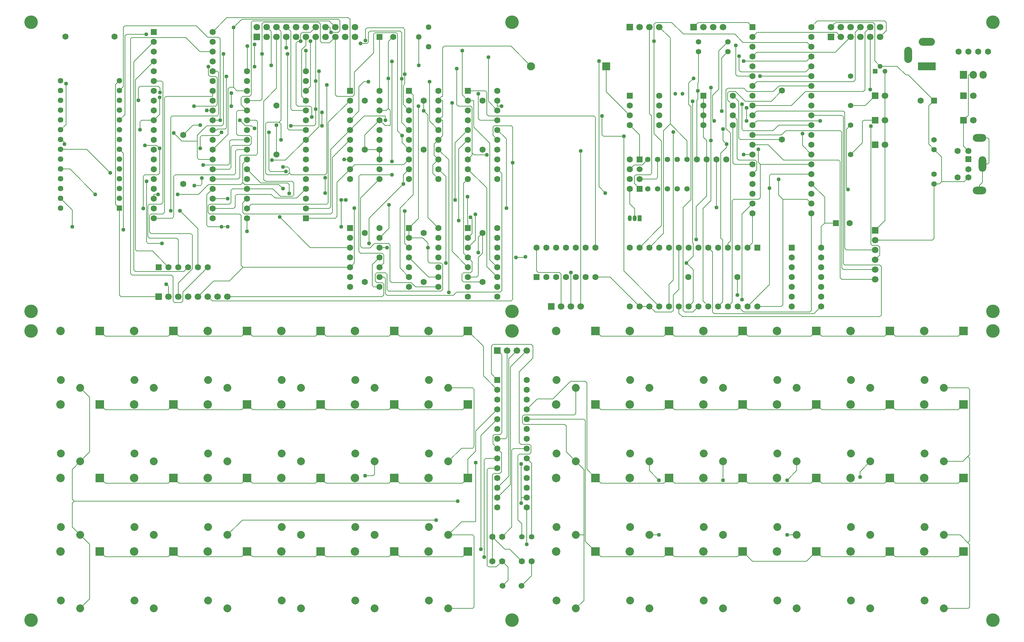
<source format=gbr>
%TF.GenerationSoftware,Novarm,DipTrace,4.3.0.4*%
%TF.CreationDate,2023-07-28T17:07:57+01:00*%
%FSLAX26Y26*%
%MOIN*%
%TF.FileFunction,Copper,L2,Bot*%
%TF.Part,Single*%
%TA.AperFunction,Conductor*%
%ADD14C,0.007874*%
%TA.AperFunction,ComponentPad*%
%ADD15C,0.03937*%
%ADD20C,0.055118*%
%ADD21C,0.055118*%
%ADD23C,0.08*%
%ADD24R,0.062992X0.062992*%
%ADD25C,0.062992*%
%ADD26C,0.062992*%
%ADD27C,0.06*%
%ADD28C,0.059055*%
%ADD29C,0.137795*%
%ADD30R,0.051181X0.051181*%
%ADD31C,0.051181*%
%ADD32R,0.066929X0.066929*%
%ADD33C,0.066929*%
%ADD34R,0.056693X0.056693*%
%ADD35C,0.056693*%
%ADD36O,0.137795X0.07874*%
%ADD37O,0.07874X0.15748*%
%ADD38C,0.066929*%
%ADD39R,0.181102X0.07874*%
%ADD40O,0.165354X0.07874*%
%ADD41O,0.07874X0.165354*%
%ADD42R,0.075X0.07874*%
%ADD43O,0.075X0.07874*%
%ADD44R,0.041339X0.059055*%
%ADD45O,0.041339X0.059055*%
%ADD46R,0.082677X0.082677*%
%ADD47C,0.082677*%
%ADD48C,0.056693*%
%ADD51R,0.086614X0.086614*%
%ADD52C,0.086614*%
%TA.AperFunction,ViaPad*%
%ADD53C,0.04*%
G75*
G01*
%LPD*%
X6593701Y4893701D2*
D14*
Y4739697D1*
X6643701Y4689697D1*
Y4593701D1*
X7477953Y5193701D2*
Y4701256D1*
X9093701Y4368701D2*
X9677953D1*
X9693701Y4384449D1*
Y4943701D1*
X7644094Y5843307D2*
X7703150Y5784252D1*
Y5410236D1*
X7718898Y5394488D1*
X8143701D1*
X5643701Y4293701D2*
Y4054728D1*
X5659449Y4038980D1*
X5877953D1*
X5893701Y4023234D1*
Y3693701D1*
X4943307Y3993504D2*
X5034173D1*
X5049921Y4009252D1*
Y4190909D1*
X5093701Y4234689D1*
Y4443701D1*
X8543701Y4293701D2*
Y4508264D1*
X8579138Y4543701D1*
Y4807870D1*
X8443504Y4943504D1*
X7843504Y4643504D2*
Y4343504D1*
X7793701Y4293701D1*
X9693701Y4943701D2*
X9747563D1*
X9768819Y4964957D1*
Y5218583D1*
X9693701Y5293701D1*
X2693701Y4593701D2*
X2693705Y4459449D1*
X7277953Y5193701D2*
Y5799287D1*
X7284720Y5806055D1*
Y5892520D1*
X4643307Y4493504D2*
X4537008Y4599803D1*
Y5645630D1*
X4493701Y5688937D1*
X4043701Y6443701D2*
Y5893701D1*
X2993504Y5243701D2*
X2993508Y5541260D1*
X2043504Y5442913D2*
X2141850Y5541260D1*
X2216886D1*
X8693701Y4543701D2*
X8579138D1*
X1870193Y3920244D2*
X1893110Y3897328D1*
Y3793701D1*
X9143701Y6143701D2*
X9088976Y6198425D1*
Y6573031D1*
X9073228Y6588780D1*
X8688976D1*
X8643701Y6543504D1*
X9693701Y5793701D2*
X9431098Y6056303D1*
X9405114D1*
X9317717Y6143701D1*
X9143701D1*
X9693701Y5293701D2*
X9638579Y5348823D1*
Y5738579D1*
X9693701Y5793701D1*
X9768819Y4964957D2*
X9998421D1*
X10043701Y5010236D1*
X5093701Y4443701D2*
X5049921Y4399921D1*
Y4243039D1*
X7284720Y5892520D2*
Y5973642D1*
X7293701Y5982623D1*
Y6293701D1*
X4493701Y5688937D2*
Y5793701D1*
X8443504Y6343504D2*
X8400197Y6386811D1*
X7747957D1*
X7663709Y6471059D1*
X7138780D1*
X7020862Y6588976D1*
X6854728D1*
X6838980Y6573228D1*
Y6400394D1*
X3093701Y6543701D2*
X3138976Y6498425D1*
Y5709449D1*
X3154724Y5693701D1*
X3293701D1*
X1393701Y5594094D2*
X1449606Y5650000D1*
Y6453071D1*
X1465354Y6468819D1*
X1666413D1*
X6838980Y6400394D2*
Y5456331D1*
X6917323Y5377988D1*
Y4517323D1*
X6693701Y4293701D1*
X2216890Y5304567D2*
Y5421260D1*
X2232638Y5437008D1*
X2402559D1*
X2434370Y5468819D1*
X1636886Y4693701D2*
Y5021260D1*
X1652634Y5037008D1*
X1787126D1*
X1802874Y5052756D1*
Y5304567D1*
X3089921Y5068819D2*
X2930685D1*
X2914937Y5084567D1*
Y5468819D1*
X5018110Y4632445D2*
Y4368307D1*
X4943307Y4293504D1*
X1802874Y5304567D2*
X1770433Y5337008D1*
X1652394D1*
X833457Y5350394D2*
Y5365748D1*
X805110Y5394094D1*
X793701D1*
X1743504Y4593701D2*
X1931501D1*
X1947248Y4609449D1*
Y5021260D1*
X1962996Y5037008D1*
X2562198D1*
X2577946Y5052756D1*
Y5277950D1*
X2593697Y5293701D1*
X2693701D1*
X3293701Y4893701D2*
X3198929Y4798929D1*
X2979055D1*
X2940976Y4837008D1*
X2588051D1*
X2572302Y4821260D1*
Y4709451D1*
X2556552Y4693701D1*
X2343504D1*
X4850843Y4568823D2*
Y5300252D1*
X4944094Y5393504D1*
X2343504Y4793701D2*
X2497992D1*
Y4507008D2*
X2434370D1*
X4813858Y4780000D2*
Y5363268D1*
X4944094Y5493504D1*
X3653071Y4507008D2*
Y4780000D1*
X911980Y4507008D2*
Y4675815D1*
X793701Y4794094D1*
X2434370Y4507008D2*
X2297087D1*
X2281339Y4522756D1*
Y4831535D1*
X2343504Y4893701D1*
X3653071Y4780000D2*
X3700945D1*
X2693701Y5593701D2*
X2784881D1*
X2800634Y5577949D1*
Y5252756D1*
X2784886Y5237008D1*
X2634647D1*
X2618898Y5221260D1*
Y5009449D1*
X2603150Y4993701D1*
X2343504D1*
X3457319Y5537008D2*
Y5673071D1*
X1603114Y5494094D2*
Y5577949D1*
X1618866Y5593701D1*
X1743504D1*
X6279449Y6196850D2*
Y4914016D1*
X6343071Y4850394D1*
X7752634Y6196850D2*
X8396850D1*
X8443504Y6243504D1*
X3489130Y4850394D2*
Y5005197D1*
X1743504Y5593701D2*
X1802874Y5653071D1*
Y5826496D1*
X7705839Y6244724D2*
Y6102559D1*
X7721587Y6086811D1*
X8386811D1*
X8443504Y6143504D1*
X3293701Y5493701D2*
X3121736D1*
X3105988Y5509449D1*
Y6268819D1*
X1393701Y5294094D2*
X1433858Y5253937D1*
Y4475197D1*
X3425508Y6093697D2*
Y5525508D1*
X3293701Y5393701D1*
X8443504Y6043504D2*
X7918622Y6043500D1*
X3293701Y5393701D2*
X3084642Y5184642D1*
X2946748D1*
X2154724Y4926496D2*
X2218031D1*
X2233780Y4942244D1*
Y5001969D1*
X2693701Y5093701D2*
X2834646Y4952756D1*
X3105984D1*
X3121732Y4937008D1*
Y4846488D1*
X4938425Y4811811D2*
Y4572717D1*
X4943307Y4567835D1*
Y4493504D1*
X2693701Y5193701D2*
X2650394Y5150394D1*
Y4956693D1*
X2630709Y4937008D1*
X2299528D1*
X2199528Y4837008D1*
X1986854D1*
X1743504Y4793701D2*
Y4837008D1*
X1785488D1*
X2650394Y4956693D2*
X2670079Y4937008D1*
X3015465D1*
X3058110Y4894362D1*
X4970236Y4600634D2*
X4986614Y4584256D1*
Y4436811D1*
X4943307Y4393504D1*
X1145906Y4837008D2*
X888819Y5094094D1*
X793701D1*
X7393701Y4293701D2*
X7437008Y4250394D1*
Y3634726D1*
X7452756Y3618976D1*
X8468976D1*
X8543701Y3693701D1*
X7177953Y5193701D2*
Y5381299D1*
X7005197Y5554055D1*
Y6432205D1*
X6893701Y6543701D1*
X6793701Y4293701D2*
X6937402Y4437402D1*
Y5486260D1*
X7005197Y5554055D1*
X6693701Y4893701D2*
X6638976Y4948425D1*
Y5021260D1*
X6654724Y5037008D1*
X6801575D1*
X6817323Y5052756D1*
Y5635474D1*
X6793701Y5659094D1*
Y6543701D1*
X5528791Y4199724D2*
X5522571Y4193504D1*
X5432362D1*
X3743701Y5793701D2*
X3520941Y5570941D1*
Y4752756D1*
X3505193Y4737008D1*
X2737008D1*
X2693701Y4693701D1*
X4103075Y5593500D2*
Y5637008D1*
X3887008D1*
X3743701Y5493701D1*
X3546374Y5296374D1*
Y4709449D1*
X3530627Y4693701D1*
X3293701D1*
X3743701Y5393701D2*
X3562122Y5212122D1*
Y4652756D1*
X3546374Y4637008D1*
X2666142D1*
X2650394Y4652756D1*
Y4750394D1*
X2693701Y4793701D1*
X4344094Y5193504D2*
X4289567Y5138976D1*
X3788976D1*
X3743701Y5093701D1*
X3609677Y4959677D1*
Y4609449D1*
X3593930Y4593701D1*
X3293701D1*
X4944094Y5893504D2*
X5121259D1*
X5137008Y5877756D1*
Y5652560D1*
X5152756Y5636811D1*
X6227949D1*
X6243701Y5621059D1*
Y4293701D1*
X993701Y2861024D2*
X1090728Y2763996D1*
Y2208051D1*
X993701Y2111024D1*
X6043701Y2861024D2*
Y2602362D1*
X6027953Y2586614D1*
X5514177D1*
X5498429Y2570866D1*
Y2504331D1*
X5514177Y2488583D1*
X5930921D1*
X5946669Y2472835D1*
Y2208055D1*
X6043701Y2111024D1*
X993701D2*
X912417Y2029740D1*
Y1726087D1*
X932102Y1706402D1*
X912417Y1686717D1*
Y1442307D1*
X993701Y1361024D1*
X1090728Y1263996D1*
Y708051D1*
X993701Y611024D1*
X932102Y1706402D2*
X4841043D1*
X6043701Y2111024D2*
X6124980Y2029744D1*
Y1361024D1*
Y692303D1*
X6043701Y611024D1*
Y1361024D2*
X6124980D1*
X5543701Y1643307D2*
X5543705Y1264177D1*
X6793701Y2111024D2*
Y2017343D1*
X6891043Y1920000D1*
X6793701Y1361024D2*
X6891043D1*
X5486146Y2086614D2*
Y1743307D1*
X5543701D1*
X2493701Y1361024D2*
X2644705Y1512028D1*
X4618819D1*
X5486146Y1686614D2*
Y1743307D1*
X7543701Y2111024D2*
Y1920000D1*
X8293701Y2111024D2*
Y2017346D1*
X8196354Y1920000D1*
X8293701Y1361024D2*
X8196354D1*
X9043701Y2111024D2*
X8938484Y2005807D1*
Y1950555D1*
X3993701Y2111024D2*
Y1982375D1*
X3977949Y1966622D1*
X3896669D1*
X5023264Y2100000D2*
Y1496280D1*
X4878957D1*
X4743701Y1361024D1*
X9793701Y2861024D2*
X10041768D1*
X10057516Y2845276D1*
Y2182524D1*
X10037831Y2162839D1*
X9986016Y2111024D1*
X9793701D1*
Y1361024D2*
X9959028D1*
X10037831Y1282220D1*
X10057516Y1262535D1*
Y626773D1*
X10041766Y611024D1*
X9793701D1*
X10037831Y2162839D2*
X10057516Y2143154D1*
Y1301906D1*
X10037831Y1282220D1*
X4743701Y2111024D2*
X4878957Y2246280D1*
X4991768D1*
X5007516Y2262028D1*
Y2845277D1*
X4991768Y2861024D1*
X4743701D1*
Y1361024D2*
X4991768D1*
X5007516Y1345276D1*
Y626773D1*
X4991766Y611024D1*
X4743701D1*
X7843504Y5343504D2*
X8001934D1*
X8158626Y5186811D1*
X8721260D1*
X8737008Y5171063D1*
Y3984449D1*
X8752756Y3968701D1*
X9093701D1*
X3293701Y5793701D2*
X3250394Y5837008D1*
Y6310787D1*
X3293701Y6354094D1*
Y6443701D1*
X2531457Y5868819D2*
Y5737008D1*
X6893701Y3693701D2*
X6532673Y4054728D1*
Y5427559D1*
X6327008D1*
X6311260Y5443307D1*
Y5636811D1*
X7037008Y5471063D2*
Y3961850D1*
X6993701Y3918543D1*
Y3693701D1*
X3293701Y5893701D2*
X3338976Y5938976D1*
Y6400327D1*
X4644094Y5493504D2*
X4552756Y5584843D1*
Y5984567D1*
X3743701Y5593701D2*
X3834642Y5684642D1*
Y5936764D1*
X3882445Y5984567D1*
X3930319D1*
X1804843Y5874370D2*
Y5923228D1*
X1789094Y5938976D1*
X1602799D1*
X1587051Y5923228D1*
Y5794094D1*
X2343504Y5693701D2*
X2284130D1*
X7093701Y3693701D2*
Y3623232D1*
X7129453Y3587480D1*
X9138976D1*
X9154724Y3603228D1*
Y4098228D1*
X9138976Y4113976D1*
X8784252D1*
X8768504Y4129724D1*
Y5627756D1*
X8752756Y5643504D1*
X8443504D1*
X4644094Y5293504D2*
X4750236Y5187362D1*
Y3837126D1*
X3138976Y5537008D2*
X3377949D1*
X3393697Y5552756D1*
Y5705197D1*
X2618583Y5593701D2*
X2675274Y5537008D1*
X2741262D1*
X2768823Y5509449D1*
X2343504Y5593701D2*
X2420276D1*
X3393697Y5993701D2*
Y6364953D1*
X3393701Y6364957D1*
Y6443701D1*
X3393697Y5705197D2*
Y5993701D1*
X2420276Y5593701D2*
Y6423228D1*
X2404528Y6438976D1*
X2293201D1*
X2177453Y6554724D1*
X1449606D1*
X1433858Y6538976D1*
Y5934252D1*
X1393701Y5894094D1*
X2483898Y6038976D2*
Y5516378D1*
X2468150Y5500630D1*
X2393741D1*
X2386812Y5493701D1*
X2343504D1*
X3353075Y5625512D2*
Y5721260D1*
X3337327Y5737008D1*
X3209134D1*
X3193386Y5752756D1*
Y6380705D1*
X3209138Y6396457D1*
X3238664D1*
X3240945Y6398736D1*
X7233071Y5786614D2*
Y4341933D1*
X7238976Y4336028D1*
Y4204685D1*
X7170394Y4136102D1*
X7734961Y5755000D2*
Y5502559D1*
X7750709Y5486811D1*
X8054285D1*
X8110976Y5543504D1*
X8443504D1*
X4644094Y5093504D2*
X4718425Y5019173D1*
Y4136811D1*
X3743701Y5193701D2*
X3684331D1*
X3240945Y6398736D2*
Y6473227D1*
X3256693Y6488976D1*
X3338976D1*
X3393701Y6543701D1*
X7170394Y4136102D2*
X7238976Y4067520D1*
Y3738976D1*
X7193701Y3693701D1*
X2693701Y6093701D2*
X2695748Y6095748D1*
Y6348500D1*
X7241575Y6019764D2*
X7193701Y5971890D1*
Y5750866D1*
X7217323Y5727244D1*
Y4782421D1*
X7137008Y4702106D1*
Y3650474D1*
X7152756Y3634724D1*
X7234724D1*
X7293701Y3693701D1*
X4344094Y5693504D2*
X4285039Y5752559D1*
Y5944728D1*
X4301102Y5960791D1*
Y6061886D1*
X2153264Y5737008D2*
X2373031D1*
X2388780Y5752756D1*
Y6023228D1*
X2373031Y6038976D1*
X2315945D1*
X2300197Y6054724D1*
Y6138976D1*
X2768823Y6138972D2*
Y6364252D1*
X4301102Y6061886D2*
Y6518504D1*
X4285354Y6534252D1*
X3914850D1*
X3899102Y6518504D1*
Y6406657D1*
X2693701Y5893701D2*
X2590398D1*
X2554965Y5929134D1*
X2515395D1*
X2499646Y5913386D1*
Y5449843D1*
X2343504Y5293701D1*
X4344094Y5493504D2*
X4269291Y5568307D1*
Y6016378D1*
X2554965Y5929134D2*
Y6538976D1*
X7419685Y5924331D2*
Y5386811D1*
X4269291Y6016378D2*
Y6487008D1*
X4253543Y6502756D1*
X3946661D1*
X3930913Y6487008D1*
Y6390594D1*
X3915165Y6374846D1*
X3851228D1*
X3548425Y6488976D2*
X3538976Y6498425D1*
Y6543701D1*
X3493701D1*
X2554965Y6538976D2*
X2638429Y6622441D1*
X3623228D1*
X3638976Y6606693D1*
Y6504724D1*
X3623228Y6488976D1*
X3548425D1*
X7419685Y5386811D2*
Y4773421D1*
X7338976Y4692713D1*
Y3748425D1*
X7393701Y3693701D1*
X2693701Y5793701D2*
X2830976D1*
X2846724Y5809449D1*
Y6268819D1*
X7542039Y5502874D2*
Y5386780D1*
X7580945Y5347874D1*
X1947248Y5460906D2*
X2028232Y5379921D1*
X2185079D1*
Y5209449D1*
X2200825Y5193701D1*
X2343504D1*
X8352634Y5455000D2*
Y5334374D1*
X8443504Y5243504D1*
X7782835Y5718622D2*
Y5586811D1*
X2185079Y5379921D2*
Y5437642D1*
X2284445Y5537008D1*
X2436339D1*
X2452087Y5552756D1*
Y6268819D1*
X4272677Y5436811D2*
Y5364921D1*
X4344094Y5293504D1*
X3593701Y6443701D2*
Y5852756D1*
X3609449Y5837008D1*
X3771264D1*
X3787012Y5852756D1*
Y6082327D1*
X3984646Y6279961D1*
Y6471260D1*
X4000394Y6487008D1*
X4209054D1*
X4224803Y6471260D1*
Y5484685D1*
X4272677Y5436811D1*
X2846724Y6268819D2*
Y6575197D1*
X2862472Y6590945D1*
X3423228D1*
X3438976Y6575197D1*
Y6398421D1*
X3454724Y6382673D1*
X3532673D1*
X3593701Y6443701D1*
X7580945Y5347874D2*
Y5316051D1*
X7521260Y5256366D1*
Y4389718D1*
X7538976Y4372000D1*
Y3738976D1*
X7493701Y3693701D1*
X2343504Y5093701D2*
X2515394D1*
X2531142Y5109449D1*
Y5321260D1*
X2546890Y5337008D1*
X2721264D1*
X2737012Y5352756D1*
Y5421260D1*
X2721264Y5437008D1*
X2602520D1*
X2586772Y5452756D1*
Y5677949D1*
X2602524Y5693701D1*
X2693701D1*
X8443504Y5143504D2*
X7922244D1*
Y4802559D1*
X7906496Y4786811D1*
X7652756D1*
X7637008Y4771063D1*
Y3737008D1*
X7593701Y3693701D1*
X3937008Y4337012D2*
Y4593231D1*
X4285035Y4941260D1*
X7922244Y5143504D2*
X7902559Y5163189D1*
Y5296063D1*
X2693701Y5693701D2*
X2634646Y5752756D1*
Y5821260D1*
X2650394Y5837008D1*
X2721264D1*
X2737012Y5852756D1*
Y6590945D1*
X2752760Y6606693D1*
X3530709D1*
X3593701Y6543701D1*
X4285035Y4941260D2*
Y5034445D1*
X4344094Y5093504D1*
X1669016Y4968819D2*
Y4352441D1*
X1684445Y4337012D1*
X1825512D1*
X1393701Y5994094D2*
X1353543Y5953937D1*
Y4734252D1*
X1393701Y4694094D1*
X4644094Y4993504D2*
X4585039Y5052559D1*
Y5134449D1*
X4644094Y5193504D1*
X7093701Y4293701D2*
Y3865165D1*
X7037008Y3808472D1*
Y3650394D1*
X7021260Y3634646D1*
X6852756D1*
X6793701Y3693701D1*
X9193701Y6093701D2*
Y5843701D1*
X7644094Y5743307D2*
X7589598Y5797803D1*
Y5870866D1*
X7605346Y5886614D1*
X7668996D1*
X7768799Y5786811D1*
X8036024D1*
X8143701Y5894488D1*
X10093701Y6056496D2*
X10043012D1*
Y5643012D1*
X9993701Y5593701D1*
X5093701Y3943701D2*
X4900000D1*
X4884252Y3959449D1*
Y4021063D1*
X4900000Y4036811D1*
X4970866D1*
X4986614Y4052559D1*
Y4150197D1*
X4943307Y4193504D1*
X6693701Y5193701D2*
Y5443701D1*
X6594094Y5543307D1*
X4181496Y6443701D2*
X4133622Y6395827D1*
Y6018311D1*
X7270787Y4374146D2*
Y4711606D1*
X7376378Y4817197D1*
Y5193701D1*
X7843504Y6543504D2*
X7798031Y6588976D1*
X7289370D1*
X7244094Y6543701D1*
X3293701Y6093701D2*
Y6300630D1*
X7688976Y3993701D2*
Y3809508D1*
X4133622Y6018311D2*
Y5713386D1*
X4152287Y5694720D1*
Y5538976D1*
X4098425D1*
X4043701Y5593701D1*
X1393701Y4694094D2*
Y3809448D1*
X1409448Y3793701D1*
X1793110D1*
X4644094Y5793504D2*
Y5805315D1*
X4675591Y5836811D1*
X4687402D1*
Y6332441D1*
X4703150Y6348189D1*
X5382126D1*
X5586614Y6143701D1*
X4644094Y5593504D2*
X4679528Y5628937D1*
X4687402D1*
Y5793504D1*
X4644094D1*
Y5393504D2*
X4687402Y5436811D1*
Y5593504D1*
X4644094D1*
Y5193504D2*
X4600783Y5236815D1*
Y5350193D1*
X4644094Y5393504D1*
X6693701Y3693701D2*
X6393701Y3993701D1*
X6243701D1*
X6793701Y3693701D2*
X6693701D1*
X9193701Y5343701D2*
Y4568701D1*
X9093701Y4468701D1*
X9193701Y5593701D2*
Y5343701D1*
Y5843701D2*
Y5593701D1*
X9993701D2*
Y5327953D1*
X10043701Y5277953D1*
X4943307Y4193504D2*
X4900000Y4236811D1*
Y4949409D1*
X4944094Y4993504D1*
X4043701Y5293701D2*
Y5193701D1*
X3893701Y5293701D2*
X4043701D1*
Y5593701D2*
X3893701Y5443701D1*
Y5293701D1*
X4133622Y5713386D2*
X4113938Y5693701D1*
X4043701D1*
X7344094Y5743307D2*
Y5843307D1*
Y5643307D2*
Y5743307D1*
Y5543307D2*
Y5643307D1*
X7376378Y5193701D2*
Y5385386D1*
X7344094Y5417669D1*
Y5543307D1*
X7644094Y5643307D2*
X7687402Y5600000D1*
Y5202559D1*
X7703150Y5186811D1*
X7871063D1*
X7886811Y5171063D1*
Y5086811D1*
X7843504Y5043504D1*
X7593701Y6293701D2*
X7530228Y6230228D1*
Y5686614D1*
X7593701Y6393701D2*
X7498732Y6298732D1*
Y5908421D1*
X7435433Y5845122D1*
Y5602677D1*
X7451496Y5586614D1*
X7644094Y5543307D2*
Y5159251D1*
X7659841Y5143504D1*
X7843504D1*
X4782047Y5768622D2*
Y4254764D1*
X4943307Y4093504D1*
X5286079Y5736811D2*
X5244094D1*
Y5793504D1*
X4885035Y6300630D2*
Y5852563D1*
X4944094Y5793504D1*
X3093701Y6443701D2*
Y6332441D1*
X4944094Y5793504D2*
X5003150D1*
Y5523484D1*
X5167496Y5359138D1*
Y4169315D1*
X5243307Y4093504D1*
X7843504Y5643504D2*
X7886811Y5686811D1*
X8768504D1*
X8784252Y5671063D1*
Y4284449D1*
X8800000Y4268701D1*
X9093701D1*
X8534370Y5586811D2*
X7886811D1*
X7843504Y5543504D1*
X9048421Y5532358D2*
Y4329724D1*
X9064169Y4313976D1*
X9123228D1*
X9138976Y4298228D1*
Y4213976D1*
X9093701Y4168701D1*
X6354331Y6143701D2*
Y5883071D1*
X6594094Y5643307D1*
X2010709Y4668819D2*
X2193701Y4485827D1*
Y4093701D1*
X1915437Y4668819D2*
Y5621260D1*
X1931185Y5637008D1*
X2388780D1*
X2404528Y5652756D1*
Y6077953D1*
X2388780Y6093701D1*
X2343504D1*
X2093701Y4093701D2*
X2050390Y4050390D1*
X1555240D1*
X1539492Y4066138D1*
Y6189689D1*
X1743504Y6393701D1*
X2293701Y4093701D2*
X2038386Y3838386D1*
Y3748421D1*
X2022638Y3732673D1*
X1954134D1*
X1938386Y3748421D1*
Y3996037D1*
X1922638Y4011785D1*
X1523744D1*
X1507996Y4027533D1*
Y6421260D1*
X1523744Y6437008D1*
X2069475D1*
X2212783Y6293701D1*
X2343504D1*
X9093701Y5843701D2*
X8993701Y5743701D1*
X8843701D1*
X9093701Y5593701D2*
X8977299D1*
X8961549Y5577949D1*
Y5361549D1*
X8843701Y5243701D1*
X7843504Y5743504D2*
X8241136D1*
X8384445Y5886811D1*
X8973228D1*
X8988976Y5902559D1*
Y6488780D1*
X9043701Y6543504D1*
X9143701Y6443504D2*
X9204724Y6504528D1*
Y6588780D1*
X9188976Y6604528D1*
X8504528D1*
X8443504Y6543504D1*
X8743701Y6443504D2*
X8698425Y6488780D1*
X7888780D1*
X7843504Y6443504D1*
X8843701D2*
X8687008Y6286811D1*
X7886811D1*
X7843504Y6243504D1*
X7674028Y6355000D2*
Y6059252D1*
X7689774Y6043504D1*
X7843504D1*
X8943701Y6543504D2*
X8888976Y6488780D1*
Y6002559D1*
X8873228Y5986811D1*
X7886811D1*
X7843504Y5943504D1*
X9043701Y6443504D2*
Y5905039D1*
X4443701Y6443701D2*
Y6152756D1*
X2938976D2*
Y6498425D1*
X2893701Y6543701D1*
X5493701Y1093307D2*
X5370390Y1216618D1*
X5320390D1*
X5193701Y1343307D1*
Y1093307D1*
X5243701Y2243307D2*
X5198429Y2288579D1*
Y2370866D1*
X5214177Y2386614D1*
X5273232D1*
X5288980Y2402362D1*
Y3198028D1*
X5243701Y3243307D1*
X5193701Y1343307D2*
Y1972835D1*
X5209449Y1988583D1*
X5271264D1*
X5287012Y2004331D1*
Y2199996D1*
X5243701Y2243307D1*
Y2343307D2*
X5327953D1*
X5343701Y2359055D1*
Y3243307D1*
X5543701Y2143307D2*
X5593701Y2093307D1*
Y1343307D1*
X5243701Y1843307D2*
X5359453Y1959059D1*
Y3159059D1*
X5443701Y3243307D1*
X5243701Y1743307D2*
X5375201Y1874807D1*
Y3074807D1*
X5543701Y3243307D1*
X4140043Y4727878D2*
Y4490043D1*
X4043701Y4393701D1*
X8816063Y4886811D2*
X8800000Y4902874D1*
Y5500000D1*
X8843701Y5543701D1*
X4300000Y4664256D2*
Y4336811D1*
X4343307Y4293504D1*
X6777953Y5193701D2*
X6721260Y5137008D1*
X6637008D1*
X6593701Y5093701D1*
X6693701Y4993701D2*
X6862201D1*
X6877953Y5009453D1*
Y5193701D1*
X5543701Y2243307D2*
X5406696D1*
X5390949Y2227559D1*
Y1442130D1*
X5292126Y1343307D1*
X5592126Y1093307D2*
Y946063D1*
X5489370Y843307D1*
X5109370Y1136618D2*
Y2127559D1*
X5125118Y2143307D1*
X5243701D1*
X5297244Y843307D2*
X5354331Y900394D1*
Y1031102D1*
X5292126Y1093307D1*
X5233071Y1034252D1*
X5156929D1*
X5141181Y1050000D1*
Y2027559D1*
X5156929Y2043307D1*
X5243701D1*
X5493701Y1343307D2*
Y1474965D1*
X5454335Y1514331D1*
Y2170866D1*
X5470083Y2186614D1*
X5571264D1*
X5587012Y2202362D1*
Y2270866D1*
X5571264Y2286614D1*
X5482681D1*
X5466933Y2302362D1*
Y3026921D1*
X5604728Y3164717D1*
Y3288587D1*
X5588980Y3304335D1*
X5198425D1*
X5182677Y3288587D1*
Y3004331D1*
X5243701Y2943307D1*
X4043701Y4193701D2*
X3968898Y4118898D1*
Y3909453D1*
X3984650Y3893701D1*
X4043701D1*
X4343307Y4193504D2*
X4543307Y3993504D1*
X4643307D1*
X5244094Y5093504D2*
X5288583Y5049016D1*
Y3854528D1*
X5272835Y3838780D1*
X4830528D1*
X4797063Y3805315D1*
X4118508D1*
X4102760Y3821063D1*
Y3977953D1*
X4087012Y3993701D1*
X4043701D1*
X4643307Y3893504D2*
X4408268D1*
X4364957Y3936815D1*
X4166382D1*
X4150634Y3952563D1*
Y4321264D1*
X4134886Y4337012D1*
X3992598D1*
X3945039Y4289453D1*
X3866138D1*
X3850390Y4305201D1*
Y4800390D1*
X4043701Y4993701D1*
X4344094Y5893504D2*
X4387402Y5850197D1*
Y4831028D1*
X4252441Y4696067D1*
Y4084370D1*
X4343307Y3993504D1*
X4168035Y5170787D2*
Y6193697D1*
Y5037008D2*
X3850390D1*
X3834642Y5021260D1*
Y4252760D1*
X3850390Y4237012D1*
X4071264D1*
X4087012Y4221264D1*
Y4137012D1*
X4043701Y4093701D1*
X7737008Y3761638D2*
Y4637008D1*
X7843504Y4743504D1*
X5993701Y3693701D2*
Y4038980D1*
X4043701Y4293701D2*
X4118823D1*
X6093701Y3693701D2*
X6093705Y5280315D1*
X7843504Y5243504D2*
X7753886D1*
X5152756Y6237008D2*
Y5784843D1*
X5244094Y5693504D1*
X849921Y5966063D2*
Y5550315D1*
X793701Y5494094D1*
X1193701Y3443307D2*
X1248819Y3388189D1*
X1888583D1*
X1943701Y3443307D1*
X4193701D2*
X4248819Y3388189D1*
X4888583D1*
X4943701Y3443307D1*
X3443701D2*
X3498819Y3388189D1*
X4138583D1*
X4193701Y3443307D1*
X2693701D2*
X2748819Y3388189D1*
X3388583D1*
X3443701Y3443307D1*
X1943701D2*
X1998819Y3388189D1*
X2638583D1*
X2693701Y3443307D1*
X4943701D2*
X5102882Y3284126D1*
Y2984126D1*
X5243701Y2843307D1*
X1193701Y2693307D2*
X1248819Y2638189D1*
X1888583D1*
X1943701Y2693307D1*
X4193701D2*
X4248819Y2638189D1*
X4888583D1*
X4943701Y2693307D1*
X3443701D2*
X3498819Y2638189D1*
X4138583D1*
X4193701Y2693307D1*
X2693701D2*
X2748819Y2638189D1*
X3388583D1*
X3443701Y2693307D1*
X1943701D2*
X1998819Y2638189D1*
X2638583D1*
X2693701Y2693307D1*
X4943701Y1943307D2*
X4888583Y1888189D1*
X4248819D1*
X4193701Y1943307D1*
X1943701D2*
X1888583Y1888189D1*
X1248819D1*
X1193701Y1943307D1*
X2693701D2*
X2638583Y1888189D1*
X1998819D1*
X1943701Y1943307D1*
X3443701D2*
X3388583Y1888189D1*
X2748819D1*
X2693701Y1943307D1*
X4193701D2*
X4138583Y1888189D1*
X3498819D1*
X3443701Y1943307D1*
X4943701D2*
Y2135220D1*
X5023264Y2214783D1*
Y2422870D1*
X5243701Y2643307D1*
X1193701Y1193307D2*
X1248819Y1138189D1*
X1888583D1*
X1943701Y1193307D1*
X4193701D2*
X4248819Y1138189D1*
X4888583D1*
X4943701Y1193307D1*
X3443701D2*
X3498819Y1138189D1*
X4138583D1*
X4193701Y1193307D1*
X2693701D2*
X2748819Y1138189D1*
X3388583D1*
X3443701Y1193307D1*
X1943701D2*
X1998819Y1138189D1*
X2638583D1*
X2693701Y1193307D1*
X5077559Y1216307D2*
Y2377165D1*
X5243701Y2543307D1*
X9993701Y3443307D2*
X9938583Y3388189D1*
X9298819D1*
X9243701Y3443307D1*
X6993701D2*
X6938583Y3388189D1*
X6298819D1*
X6243701Y3443307D1*
X7743701D2*
X7688583Y3388189D1*
X7048819D1*
X6993701Y3443307D1*
X8493701D2*
X8438583Y3388189D1*
X7798819D1*
X7743701Y3443307D1*
X9243701D2*
X9188583Y3388189D1*
X8548819D1*
X8493701Y3443307D1*
X6243701Y2693307D2*
X6298819Y2638189D1*
X6938583D1*
X6993701Y2693307D1*
X9243701D2*
X9298819Y2638189D1*
X9938583D1*
X9993701Y2693307D1*
X8493701D2*
X8548819Y2638189D1*
X9188583D1*
X9243701Y2693307D1*
X7743701D2*
X7798819Y2638189D1*
X8438583D1*
X8493701Y2693307D1*
X6993701D2*
X7048819Y2638189D1*
X7688583D1*
X7743701Y2693307D1*
X9993701Y1943307D2*
X9938583Y1888189D1*
X9298819D1*
X9243701Y1943307D1*
X6993701D2*
X6938583Y1888189D1*
X6298819D1*
X6243701Y1943307D1*
X7743701D2*
X7688583Y1888189D1*
X7048819D1*
X6993701Y1943307D1*
X8493701D2*
X8438583Y1888189D1*
X7798819D1*
X7743701Y1943307D1*
X9243701D2*
X9188583Y1888189D1*
X8548819D1*
X8493701Y1943307D1*
X6243701D2*
X6156476Y2030531D1*
Y2912839D1*
X6140728Y2928587D1*
X5988739D1*
X5808583Y2748429D1*
X5648823D1*
X5543701Y2643307D1*
X6243701Y1193307D2*
X6298819Y1138189D1*
X6938583D1*
X6993701Y1193307D1*
X9243701D2*
X9298819Y1138189D1*
X9938583D1*
X9993701Y1193307D1*
X8493701D2*
X8548819Y1138189D1*
X9188583D1*
X9243701Y1193307D1*
X7743701D2*
X7843701Y1093307D1*
X8393701D1*
X8493701Y1193307D1*
X6993701D2*
X7048819Y1138189D1*
X7688583D1*
X7743701Y1193307D1*
X6243701D2*
X6140728Y1296280D1*
Y2527559D1*
X6124980Y2543307D1*
X5543701D1*
X2343504Y5893701D2*
Y5837008D1*
X1868151D1*
X1852402Y5821260D1*
Y4652760D1*
X1836654Y4637012D1*
X1715941D1*
X1700193Y4621264D1*
Y4452126D1*
X1715941Y4436378D1*
X2121256D1*
X2137008Y4420626D1*
Y4075094D1*
X1993110Y3931197D1*
Y3793701D1*
X4944094Y5193504D2*
X4987402Y5236811D1*
Y5258465D1*
Y5721063D1*
X4971654Y5736811D1*
X4845354D1*
X4829606Y5752559D1*
Y6118622D1*
X8443504Y4743504D2*
X8400197Y4786811D1*
X8152512D1*
Y3709449D1*
X8136762Y3693701D1*
X7893701D1*
X5135685Y5238780D2*
X5007087D1*
X4987402Y5258465D1*
X8152512Y4786811D2*
X8110906Y4828417D1*
Y4988780D1*
X9093701Y4068701D2*
X8768504D1*
X8752756Y4084449D1*
Y5471063D1*
X8737008Y5486811D1*
X8184497D1*
X8141190Y5443504D1*
X7843504D1*
X5243307Y3993504D2*
X5137008Y4099803D1*
Y4900591D1*
X4944094Y5093504D1*
X10155906Y4874409D2*
Y4927559D1*
X10187402Y4959055D1*
Y5144094D1*
X10238583D1*
X10254331Y5159843D1*
Y5398031D1*
X10238583Y5413780D1*
X10155906D1*
X7693701Y3693701D2*
X7752677Y3634724D1*
X8427756D1*
X8443504Y3650472D1*
Y4643504D1*
X1893701Y4093701D2*
X1729398Y4258004D1*
X1570992D1*
X1555240Y4273756D1*
Y6005437D1*
X1743504Y6193701D1*
Y5993701D2*
X1820906D1*
X1836654Y5977953D1*
Y4752756D1*
X1820906Y4737008D1*
X1700193D1*
X1684445Y4721260D1*
Y4404697D1*
X1700194Y4388948D1*
X1977949D1*
X1993701Y4373196D1*
Y4093701D1*
X2993701Y6543701D2*
X3038976Y6498425D1*
Y5592756D1*
X3019291Y5573071D1*
X2898875D1*
X2883126Y5557323D1*
Y5052756D1*
X2898874Y5037008D1*
X3105984D1*
X3121732Y5052756D1*
Y5056693D1*
X3141417Y5037008D1*
X3489445D1*
X3505193Y5052756D1*
Y5952756D1*
X2693701Y5393701D2*
X2531146D1*
X2515394Y5377949D1*
Y5152756D1*
X2499646Y5137008D1*
X2247181D1*
X1300441Y5053937D2*
X1060285Y5294094D1*
X793701D1*
X5050390Y5861689D2*
Y5609252D1*
X5066136Y5593504D1*
X5244094D1*
X3743701Y4293701D2*
X3337797D1*
X3026299Y4605197D1*
X3121732Y5056693D2*
Y5100945D1*
X3105984Y5116693D1*
X3058110D1*
X3038976Y5393701D2*
Y5553386D1*
X3019291Y5573071D1*
X8443504Y5943504D2*
X8112988D1*
X8056295Y5886811D1*
X7787102D1*
X7755803Y5918110D1*
X7589598D1*
X7573850Y5902362D1*
Y5507165D1*
X7619685Y5461331D1*
Y4362996D1*
X7593701Y4337012D1*
Y4293701D1*
X4438898Y5736811D2*
Y4589094D1*
X4343307Y4493504D1*
X3743701Y5893701D2*
Y6622441D1*
X3727953Y6638189D1*
X2487992D1*
X2343504Y6493701D1*
X4537008Y4290909D2*
Y4152564D1*
X4552756Y4136815D1*
X4670866D1*
X4686614Y4121067D1*
Y3865945D1*
X4670866Y3850197D1*
X4134256D1*
X4118508Y3865945D1*
Y4021264D1*
X4102760Y4037012D1*
X4016142D1*
X4000394Y4021264D1*
Y3952760D1*
X4016142Y3937012D1*
X4071264D1*
X4087012Y3921264D1*
Y3809449D1*
X4071264Y3793701D1*
X2493110D1*
X4343307Y4393504D2*
X4482287D1*
X4537008Y4338783D1*
Y4290909D1*
X4343307Y4493504D2*
Y4393504D1*
X2193110Y3793701D2*
X2351539Y3952130D1*
X2512760D1*
X2654331Y4093701D1*
X2634646Y4113386D1*
Y4621260D1*
X2618898Y4637008D1*
X2312835D1*
X2297087Y4652756D1*
Y4721260D1*
X2312835Y4737008D1*
X2514055D1*
X2529803Y4752756D1*
Y4877949D1*
X2545555Y4893701D1*
X2693701D1*
X2654331Y4093701D2*
X3743701D1*
X5336142Y4696067D2*
Y5401457D1*
X5244094Y5493504D1*
X2693701Y4893701D2*
X2955291D1*
X3034315Y4814677D1*
X3153543D1*
X3169291Y4830425D1*
Y4952756D1*
X3153543Y4968504D1*
X2878220D1*
X2862472Y4984252D1*
Y5786630D1*
X2993701Y5917858D1*
Y6443701D1*
X3743701Y4093701D2*
X3787012Y4137012D1*
Y4696067D1*
X5244094Y5393504D2*
X5198819Y5438780D1*
Y5521063D1*
X5214567Y5536811D1*
X5384803D1*
X5400551Y5521063D1*
Y5159094D1*
X8443504Y5043504D2*
X8032028D1*
X8016280Y5027756D1*
Y4898228D1*
X5400551Y5159094D2*
Y3763976D1*
X5384803Y3748228D1*
X2338583D1*
X2293110Y3793701D1*
X8016280Y4898228D2*
Y3916280D1*
X7793701Y3693701D1*
D53*
X7477953Y4701256D3*
X5049921Y4243039D3*
X2693705Y4459449D3*
X2993508Y5541260D3*
X2216886D3*
X1870193Y3920244D3*
X4493701Y5688937D3*
X7284720Y5892520D3*
X1666413Y6468819D3*
X6838980Y6400394D3*
X2434370Y5468819D3*
X2216890Y5304567D3*
X1802874D3*
X1636886Y4693701D3*
X2914937Y5468819D3*
X3089921Y5068819D3*
X5018110Y4632445D3*
X1652394Y5337008D3*
X833457Y5350394D3*
X4850843Y4568823D3*
X2497992Y4793701D3*
X4813858Y4780000D3*
X3700945D3*
X2434370Y4507008D3*
X911980D3*
X3653071Y4780000D3*
Y4507008D3*
X2497992D3*
X3457319Y5673071D3*
Y5537008D3*
X1802874Y5826496D3*
X6343071Y4850394D3*
X6279449Y6196850D3*
X7752634D3*
X3489130Y5005197D3*
Y4850394D3*
X1603114Y5494094D3*
X7705839Y6244724D3*
X3105988Y6268819D3*
X1433858Y4475197D3*
X2946748Y5184642D3*
X7918622Y6043500D3*
X3425508Y6093697D3*
X2233780Y5001969D3*
X2154724Y4926496D3*
X3121732Y4846488D3*
X4938425Y4811811D3*
X1986854Y4837008D3*
X1785488D3*
X3058110Y4894362D3*
X4970236Y4600634D3*
X1145906Y4837008D3*
X5432362Y4193504D3*
X5528791Y4199724D3*
X4103075Y5593500D3*
X4841043Y1706402D3*
X5543705Y1264177D3*
X6891043Y1920000D3*
Y1361024D3*
X4618819Y1512028D3*
X5486146Y1686614D3*
X7543701Y1920000D3*
X5486146Y2086614D3*
X8196354Y1920000D3*
Y1361024D3*
X8938484Y1950555D3*
X3896669Y1966622D3*
X5023264Y2100000D3*
X2531457Y5737008D3*
Y5868819D3*
X6311260Y5636811D3*
X6532673Y5427559D3*
X7037008Y5471063D3*
X3338976Y6400327D3*
X4552756Y5984567D3*
X3930319D3*
X1587051Y5794094D3*
X1804843Y5874370D3*
X2284130Y5693701D3*
X4750236Y3837126D3*
X3393697Y5993701D3*
X3138976Y5537008D3*
X2768823Y5509449D3*
X2618583Y5593701D3*
X2420276D3*
X3393697Y5705197D3*
X7734961Y5755000D3*
X7233071Y5786614D3*
X4718425Y4136811D3*
X7170394Y4136102D3*
X3353075Y5625512D3*
X3684331Y5193701D3*
X2695748Y6348500D3*
X2483898Y6038976D3*
X3240945Y6398736D3*
X7241575Y6019764D3*
X3899102Y6406657D3*
X2153264Y5737008D3*
X2768823Y6364252D3*
X2300197Y6138976D3*
X4301102Y6061886D3*
X2768823Y6138972D3*
X3851228Y6374846D3*
X3548425Y6488976D3*
X7419685Y5924331D3*
X4269291Y6016378D3*
X7419685Y5386811D3*
X2554965Y6538976D3*
X1947248Y5460906D3*
X8352634Y5455000D3*
X7782835Y5586811D3*
Y5718622D3*
X7542039Y5502874D3*
X7580945Y5347874D3*
X2846724Y6268819D3*
X2452087D3*
X4272677Y5436811D3*
X3937008Y4337012D3*
X1825512D3*
X7902559Y5296063D3*
X1669016Y4968819D3*
X4285035Y4941260D3*
X7270787Y4374146D3*
X3293701Y6300630D3*
X7688976Y3809508D3*
X4133622Y6018311D3*
X7530228Y5686614D3*
X7451496Y5586614D3*
X4782047Y5768622D3*
X5286079Y5736811D3*
X4885035Y6300630D3*
X3093701Y6332441D3*
X8534370Y5586811D3*
X9048421Y5532358D3*
X2010709Y4668819D3*
X1915437D3*
X7674028Y6355000D3*
X9043701Y5905039D3*
X4443701Y6152756D3*
X2938976D3*
X4140043Y4727878D3*
X8816063Y4886811D3*
X4300000Y4664256D3*
X5109370Y1136618D3*
X4168035Y6193697D3*
Y5170787D3*
Y5037008D3*
X7737008Y3761638D3*
X5993701Y4038980D3*
X4118823Y4293701D3*
X6093705Y5280315D3*
X7753886Y5243504D3*
X5152756Y6237008D3*
X849921Y5966063D3*
X5077559Y1216307D3*
X4829606Y6118622D3*
X8110906Y4988780D3*
X5135685Y5238780D3*
X2247181Y5137008D3*
X1300441Y5053937D3*
X3505193Y5952756D3*
X5050390Y5861689D3*
X3026299Y4605197D3*
X3058110Y5116693D3*
X3038976Y5393701D3*
X4537008Y4290909D3*
X4438898Y5736811D3*
X3787012Y4696067D3*
X5336142D3*
X5400551Y5159094D3*
X8016280Y4898228D3*
D20*
X6977953Y4893701D3*
D21*
Y5193701D3*
D23*
X3243701Y1361024D3*
X3046850Y1443701D3*
D24*
X8243701Y4293701D3*
D25*
Y4193701D3*
Y4093701D3*
Y3993701D3*
Y3893701D3*
Y3793701D3*
Y3693701D3*
X8543701D3*
Y3793701D3*
Y3893701D3*
Y3993701D3*
Y4093701D3*
Y4193701D3*
Y4293701D3*
D24*
X3293701Y4593701D3*
D25*
Y4693701D3*
Y4793701D3*
Y4893701D3*
Y4993701D3*
Y5093701D3*
Y5193701D3*
Y5293701D3*
Y5393701D3*
Y5493701D3*
Y5593701D3*
Y5693701D3*
Y5793701D3*
Y5893701D3*
Y5993701D3*
Y6093701D3*
X2693701D3*
Y5993701D3*
Y5893701D3*
Y5793701D3*
Y5693701D3*
Y5593701D3*
Y5493701D3*
Y5393701D3*
Y5293701D3*
Y5193701D3*
Y5093701D3*
Y4993701D3*
Y4893701D3*
Y4793701D3*
Y4693701D3*
Y4593701D3*
D20*
X6877953Y5193701D3*
D21*
Y4893701D3*
D23*
X8293701Y611024D3*
X8096850Y693701D3*
D24*
X6693701Y4893701D3*
D26*
Y4993701D3*
D27*
Y5093701D3*
D24*
Y5193701D3*
D26*
X6593701D3*
Y5093701D3*
Y4993701D3*
Y4893701D3*
D24*
X4344094Y5893504D3*
D25*
Y5793504D3*
Y5693504D3*
Y5593504D3*
Y5493504D3*
Y5393504D3*
Y5293504D3*
Y5193504D3*
Y5093504D3*
Y4993504D3*
X4644094D3*
Y5093504D3*
Y5193504D3*
Y5293504D3*
Y5393504D3*
Y5493504D3*
Y5593504D3*
Y5693504D3*
Y5793504D3*
Y5893504D3*
D24*
X7843504Y6543504D3*
D25*
Y6443504D3*
Y6343504D3*
Y6243504D3*
Y6143504D3*
Y6043504D3*
Y5943504D3*
Y5843504D3*
Y5743504D3*
Y5643504D3*
Y5543504D3*
Y5443504D3*
Y5343504D3*
Y5243504D3*
Y5143504D3*
Y5043504D3*
Y4943504D3*
Y4843504D3*
Y4743504D3*
Y4643504D3*
X8443504D3*
Y4743504D3*
Y4843504D3*
Y4943504D3*
Y5043504D3*
Y5143504D3*
Y5243504D3*
Y5343504D3*
Y5443504D3*
Y5543504D3*
Y5643504D3*
Y5743504D3*
Y5843504D3*
Y5943504D3*
Y6043504D3*
Y6143504D3*
Y6243504D3*
Y6343504D3*
Y6443504D3*
Y6543504D3*
D23*
X3243701Y2111024D3*
X3046850Y2193701D3*
D28*
X5297244Y843307D3*
X5489370D3*
D24*
X9693701Y5793701D3*
D26*
X9555906D3*
D23*
X3993701Y2111024D3*
X3796850Y2193701D3*
X7543701Y2861024D3*
X7346850Y2943701D3*
X9043701Y1361024D3*
X8846850Y1443701D3*
D24*
X4043701Y6443701D3*
D26*
X4181496D3*
D23*
X7543701Y1361024D3*
X7346850Y1443701D3*
D29*
X493701Y3443701D3*
D23*
X4743701Y1361024D3*
X4546850Y1443701D3*
X3243701Y2861024D3*
X3046850Y2943701D3*
X7543701Y2111024D3*
X7346850Y2193701D3*
D29*
X5393701Y3643701D3*
D23*
X9793701Y2111024D3*
X9596850Y2193701D3*
D30*
X9093701Y6093701D3*
D31*
X9143701Y6143701D3*
X9193701Y6093701D3*
D26*
X7277953Y5193701D3*
X7376378D3*
D23*
X6043701Y1361024D3*
X5846850Y1443701D3*
D29*
X493701Y3643701D3*
D23*
X3993701Y1361024D3*
X3796850Y1443701D3*
D26*
X5193701Y1343307D3*
X5292126D3*
D23*
X3993701Y611024D3*
X3796850Y693701D3*
D32*
X7244094Y6543701D3*
D33*
X7344094D3*
X7444094D3*
X7544094D3*
D23*
X1743701Y2861024D3*
X1546850Y2943701D3*
D32*
X2793701Y6443701D3*
D33*
Y6543701D3*
X2893701Y6443701D3*
Y6543701D3*
X2993701Y6443701D3*
Y6543701D3*
X3093701Y6443701D3*
Y6543701D3*
X3193701Y6443701D3*
Y6543701D3*
X3293701Y6443701D3*
Y6543701D3*
X3393701Y6443701D3*
Y6543701D3*
X3493701Y6443701D3*
Y6543701D3*
X3593701Y6443701D3*
Y6543701D3*
X3693701Y6443701D3*
Y6543701D3*
X3793701Y6443701D3*
Y6543701D3*
D32*
X5243701Y3243307D3*
D33*
X5343701D3*
X5443701D3*
X5543701D3*
D23*
X8293701Y1361024D3*
X8096850Y1443701D3*
D24*
X6594094Y5843307D3*
D25*
Y5743307D3*
Y5643307D3*
Y5543307D3*
X6894094D3*
Y5643307D3*
Y5743307D3*
Y5843307D3*
D23*
X9043701Y2861024D3*
X8846850Y2943701D3*
D26*
X3893701Y4443701D3*
Y3943701D3*
D23*
X1743701Y611024D3*
X1546850Y693701D3*
D24*
X1743504Y6493701D3*
D25*
Y6393701D3*
Y6293701D3*
Y6193701D3*
Y6093701D3*
Y5993701D3*
Y5893701D3*
Y5793701D3*
Y5693701D3*
Y5593701D3*
Y5493701D3*
Y5393701D3*
Y5293701D3*
Y5193701D3*
Y5093701D3*
Y4993701D3*
Y4893701D3*
Y4793701D3*
Y4693701D3*
Y4593701D3*
X2343504D3*
Y4693701D3*
Y4793701D3*
Y4893701D3*
Y4993701D3*
Y5093701D3*
Y5193701D3*
Y5293701D3*
Y5393701D3*
Y5493701D3*
Y5593701D3*
Y5693701D3*
Y5793701D3*
Y5893701D3*
Y5993701D3*
Y6093701D3*
Y6193701D3*
Y6293701D3*
Y6393701D3*
Y6493701D3*
D23*
X6043701Y2861024D3*
X5846850Y2943701D3*
X6793701Y2861024D3*
X6596850Y2943701D3*
D24*
X8693701Y4543701D3*
D26*
X8831496D3*
D20*
X7593701Y6393701D3*
D21*
X7293701D3*
D26*
X7188976Y3993701D3*
X7688976D3*
D24*
X5243701Y2943307D3*
D25*
Y2843307D3*
Y2743307D3*
Y2643307D3*
Y2543307D3*
Y2443307D3*
Y2343307D3*
Y2243307D3*
Y2143307D3*
Y2043307D3*
Y1943307D3*
Y1843307D3*
Y1743307D3*
Y1643307D3*
X5543701D3*
Y1743307D3*
Y1843307D3*
Y1943307D3*
Y2043307D3*
Y2143307D3*
Y2243307D3*
Y2343307D3*
Y2443307D3*
Y2543307D3*
Y2643307D3*
Y2743307D3*
Y2843307D3*
Y2943307D3*
D20*
X7077953Y5193701D3*
D21*
Y4893701D3*
D26*
X7477953Y5193701D3*
X7576378D3*
D29*
X5393701Y3443701D3*
D23*
X4743701Y2861024D3*
X4546850Y2943701D3*
X9043701Y2111024D3*
X8846850Y2193701D3*
D24*
X3743701Y4493701D3*
D25*
Y4393701D3*
Y4293701D3*
Y4193701D3*
Y4093701D3*
Y3993701D3*
Y3893701D3*
X4043701D3*
Y3993701D3*
Y4093701D3*
Y4193701D3*
Y4293701D3*
Y4393701D3*
Y4493701D3*
D29*
X10293701Y6593701D3*
D20*
X8843701Y6043701D3*
D21*
Y5743701D3*
D20*
X9693701Y5393701D3*
D21*
Y5293701D3*
D34*
X1393701Y4694094D3*
D35*
Y4794094D3*
Y4894094D3*
Y4994094D3*
Y5094094D3*
Y5194094D3*
Y5294094D3*
Y5394094D3*
Y5494094D3*
Y5594094D3*
Y5694094D3*
Y5794094D3*
Y5894094D3*
Y5994094D3*
X793701D3*
Y5894094D3*
Y5794094D3*
Y5694094D3*
Y5594094D3*
Y5494094D3*
Y5394094D3*
Y5294094D3*
Y5194094D3*
Y5094094D3*
Y4994094D3*
Y4894094D3*
Y4794094D3*
Y4694094D3*
D23*
X1743701Y2111024D3*
X1546850Y2193701D3*
X1743701Y1361024D3*
X1546850Y1443701D3*
D24*
X5643701Y3993701D3*
D25*
X5743701D3*
X5843701D3*
X5943701D3*
X6043701D3*
X6143701D3*
X6243701D3*
Y4293701D3*
X6143701D3*
X6043701D3*
X5943701D3*
X5843701D3*
X5743701D3*
X5643701D3*
D23*
X9043701Y611024D3*
X8846850Y693701D3*
D32*
X9093701Y5343701D3*
D33*
X9193701D3*
D24*
X3743701Y5893701D3*
D25*
Y5793701D3*
Y5693701D3*
Y5593701D3*
Y5493701D3*
Y5393701D3*
Y5293701D3*
Y5193701D3*
Y5093701D3*
Y4993701D3*
X4043701D3*
Y5093701D3*
Y5193701D3*
Y5293701D3*
Y5393701D3*
Y5493701D3*
Y5593701D3*
Y5693701D3*
Y5793701D3*
Y5893701D3*
D23*
X2493701Y2861024D3*
X2296850Y2943701D3*
D29*
X493701Y493701D3*
D24*
X10043701Y5195276D3*
D26*
Y5092913D3*
Y5277953D3*
Y5010236D3*
X9933465Y5277953D3*
Y5010236D3*
D36*
X10155906Y4874409D3*
D37*
X10187402Y5144094D3*
D36*
X10155906Y5413780D3*
D23*
X3243701Y611024D3*
X3046850Y693701D3*
D20*
X8843701Y5543701D3*
D21*
Y5243701D3*
D20*
X6777953Y5193701D3*
D21*
Y4893701D3*
D26*
X2043504Y5442913D3*
Y4942913D3*
D23*
X4743701Y611024D3*
X4546850Y693701D3*
X2493701Y1361024D3*
X2296850Y1443701D3*
D32*
X8643701Y6443504D3*
D33*
Y6543504D3*
X8743701Y6443504D3*
Y6543504D3*
X8843701Y6443504D3*
Y6543504D3*
X8943701Y6443504D3*
Y6543504D3*
X9043701Y6443504D3*
Y6543504D3*
X9143701Y6443504D3*
Y6543504D3*
D29*
X493701Y6593701D3*
D32*
X9093701Y4468701D3*
D38*
Y4368701D3*
Y4268701D3*
Y4168701D3*
Y4068701D3*
Y3968701D3*
D23*
X8293701Y2861024D3*
X8096850Y2943701D3*
X9793701Y611024D3*
X9596850Y693701D3*
D26*
X9943701Y6293701D3*
X10042126D3*
D23*
X993701Y1361024D3*
X796850Y1443701D3*
D39*
X9619291Y6143701D3*
D40*
Y6391732D3*
D41*
X9430315Y6257874D3*
D23*
X4743701Y2111024D3*
X4546850Y2193701D3*
D26*
X4493701Y4443701D3*
Y3943701D3*
D42*
X9993701Y6056496D3*
D43*
X10093701D3*
X10193701D3*
D26*
X5093701Y4443701D3*
Y3943701D3*
D23*
X6793701Y1361024D3*
X6596850Y1443701D3*
D24*
X4343307Y4493504D3*
D25*
Y4393504D3*
Y4293504D3*
Y4193504D3*
Y4093504D3*
Y3993504D3*
Y3893504D3*
X4643307D3*
Y3993504D3*
Y4093504D3*
Y4193504D3*
Y4293504D3*
Y4393504D3*
Y4493504D3*
D26*
X5493701Y1093307D3*
X5592126D3*
D23*
X6793701Y611024D3*
X6596850Y693701D3*
D44*
X6693701Y4593701D3*
D45*
X6643701D3*
X6593701D3*
D20*
X9693701Y5043701D3*
D21*
Y4943701D3*
D26*
X3893701Y5793701D3*
Y5293701D3*
D32*
X9093701Y5593701D3*
D33*
X9193701D3*
D29*
X5393701Y493701D3*
D23*
X6043701Y611024D3*
X5846850Y693701D3*
D46*
X6354331Y6143701D3*
D47*
X5586614D3*
D29*
X10293701Y3643701D3*
D20*
X7177953Y5193701D3*
D21*
Y4893701D3*
D24*
X4944094Y5893504D3*
D25*
Y5793504D3*
Y5693504D3*
Y5593504D3*
Y5493504D3*
Y5393504D3*
Y5293504D3*
Y5193504D3*
Y5093504D3*
Y4993504D3*
X5244094D3*
Y5093504D3*
Y5193504D3*
Y5293504D3*
Y5393504D3*
Y5493504D3*
Y5593504D3*
Y5693504D3*
Y5793504D3*
Y5893504D3*
D23*
X993701Y2861024D3*
X796850Y2943701D3*
D32*
X1793110Y3793701D3*
D33*
X1893110D3*
X1993110D3*
X2093110D3*
X2193110D3*
X2293110D3*
X2393110D3*
X2493110D3*
D23*
X8293701Y2111024D3*
X8096850Y2193701D3*
D32*
X9993701Y5843701D3*
D33*
X10093701D3*
D23*
X7543701Y611024D3*
X7346850Y693701D3*
D24*
X7344094Y5843307D3*
D25*
Y5743307D3*
Y5643307D3*
Y5543307D3*
X7644094D3*
Y5643307D3*
Y5743307D3*
Y5843307D3*
D23*
X6043701Y2111024D3*
X5846850Y2193701D3*
D26*
X8143701Y5394488D3*
Y5894488D3*
D24*
X4943307Y4493504D3*
D25*
Y4393504D3*
Y4293504D3*
Y4193504D3*
Y4093504D3*
Y3993504D3*
Y3893504D3*
Y3793504D3*
X5243307D3*
Y3893504D3*
Y3993504D3*
Y4093504D3*
Y4193504D3*
Y4293504D3*
Y4393504D3*
Y4493504D3*
D32*
X6593701Y6543701D3*
D33*
X6693701D3*
X6793701D3*
X6893701D3*
D23*
X3993701Y2861024D3*
X3796850Y2943701D3*
D26*
X5093701Y5793701D3*
Y5293701D3*
D32*
X9993701Y5593701D3*
D33*
X10093701D3*
D26*
X844488Y6444094D3*
X1344488D3*
D23*
X2493701Y2111024D3*
X2296850Y2193701D3*
X2493701Y611024D3*
X2296850Y693701D3*
D20*
X5493701Y1343307D3*
D21*
X5593701D3*
D48*
X4543701Y6343701D3*
X4443701Y6443701D3*
X4543701Y6543701D3*
D32*
X5793701Y3693701D3*
D33*
X5893701D3*
X5993701D3*
X6093701D3*
D23*
X9793701Y1361024D3*
X9596850Y1443701D3*
D29*
X10293701Y493701D3*
D20*
X7593701Y6293701D3*
D21*
X7293701D3*
D15*
X7055906Y5861024D3*
X7130709D3*
D24*
X7893701Y4293701D3*
D25*
X7793701D3*
X7693701D3*
X7593701D3*
X7493701D3*
X7393701D3*
X7293701D3*
X7193701D3*
X7093701D3*
X6993701D3*
X6893701D3*
X6793701D3*
X6693701D3*
X6593701D3*
Y3693701D3*
X6693701D3*
X6793701D3*
X6893701D3*
X6993701D3*
X7093701D3*
X7193701D3*
X7293701D3*
X7393701D3*
X7493701D3*
X7593701D3*
X7693701D3*
X7793701D3*
X7893701D3*
D24*
X1793701Y4093701D3*
D25*
X1893701D3*
X1993701D3*
X2093701D3*
X2193701D3*
X2293701D3*
D26*
X5193701Y1093307D3*
X5292126D3*
X10143701Y6293701D3*
X10242126D3*
D23*
X9793701Y2861024D3*
X9596850Y2943701D3*
D26*
X4493701Y5793701D3*
Y5293701D3*
D23*
X993701Y2111024D3*
X796850Y2193701D3*
D29*
X10293701Y3443701D3*
D23*
X993701Y611024D3*
X796850Y693701D3*
D26*
X2993504Y5243701D3*
Y5743701D3*
D29*
X5393701Y6593701D3*
D32*
X9093701Y5843701D3*
D33*
X9193701D3*
D23*
X6793701Y2111024D3*
X6596850Y2193701D3*
D51*
X9243701Y1193307D3*
D52*
X8843701D3*
D51*
X6243701Y2693307D3*
D52*
X5843701D3*
D51*
X1193701Y1943307D3*
D52*
X793701D3*
D51*
X4943701D3*
D52*
X4543701D3*
D51*
X6993701Y2693307D3*
D52*
X6593701D3*
D51*
X7743701Y1943307D3*
D52*
X7343701D3*
D51*
X2693701Y3443307D3*
D52*
X2293701D3*
D51*
X8493701Y2693307D3*
D52*
X8093701D3*
D51*
X6243701Y3443307D3*
D52*
X5843701D3*
D51*
X7743701Y2693307D3*
D52*
X7343701D3*
D51*
X4943701D3*
D52*
X4543701D3*
D51*
X7743701Y3443307D3*
D52*
X7343701D3*
D51*
X4943701D3*
D52*
X4543701D3*
D51*
X8493701Y1943307D3*
D52*
X8093701D3*
D51*
X8493701Y1193307D3*
D52*
X8093701D3*
D51*
X3443701Y2693307D3*
D52*
X3043701D3*
D51*
X4193701Y1193307D3*
D52*
X3793701D3*
D51*
X2693701Y2693307D3*
D52*
X2293701D3*
D51*
X6243701Y1193307D3*
D52*
X5843701D3*
D51*
X1943701Y1943307D3*
D52*
X1543701D3*
D51*
X1193701Y1193307D3*
D52*
X793701D3*
D51*
X3443701Y1943307D3*
D52*
X3043701D3*
D51*
X8493701Y3443307D3*
D52*
X8093701D3*
D51*
X9993701Y1943307D3*
D52*
X9593701D3*
D51*
X4193701D3*
D52*
X3793701D3*
D51*
X4193701Y2693307D3*
D52*
X3793701D3*
D51*
X9993701Y3443307D3*
D52*
X9593701D3*
D51*
X1193701Y2693307D3*
D52*
X793701D3*
D51*
X7743701Y1193307D3*
D52*
X7343701D3*
D51*
X1943701Y2693307D3*
D52*
X1543701D3*
D51*
X6993701Y1193307D3*
D52*
X6593701D3*
D51*
X2693701Y1943307D3*
D52*
X2293701D3*
D51*
X3443701Y1193307D3*
D52*
X3043701D3*
D51*
X4943701D3*
D52*
X4543701D3*
D51*
X1193701Y3443307D3*
D52*
X793701D3*
D51*
X3443701D3*
D52*
X3043701D3*
D51*
X1943701Y1193307D3*
D52*
X1543701D3*
D51*
X6993701Y3443307D3*
D52*
X6593701D3*
D51*
X6993701Y1943307D3*
D52*
X6593701D3*
D51*
X9243701Y3443307D3*
D52*
X8843701D3*
D51*
X1943701D3*
D52*
X1543701D3*
D51*
X6243701Y1943307D3*
D52*
X5843701D3*
D51*
X9993701Y1193307D3*
D52*
X9593701D3*
D51*
X9993701Y2693307D3*
D52*
X9593701D3*
D51*
X9243701D3*
D52*
X8843701D3*
D51*
X9243701Y1943307D3*
D52*
X8843701D3*
D51*
X4193701Y3443307D3*
D52*
X3793701D3*
D51*
X2693701Y1193307D3*
D52*
X2293701D3*
M02*

</source>
